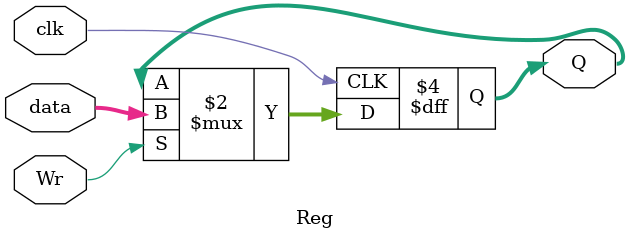
<source format=v>
module Reg(clk,data,Wr,Q);
    input clk, Wr;
    input [31:0] data;
    output reg [31:0] Q;

    always @(posedge clk ) begin
        #0.1
        if(Wr)
            Q <=  data;
    end
endmodule
</source>
